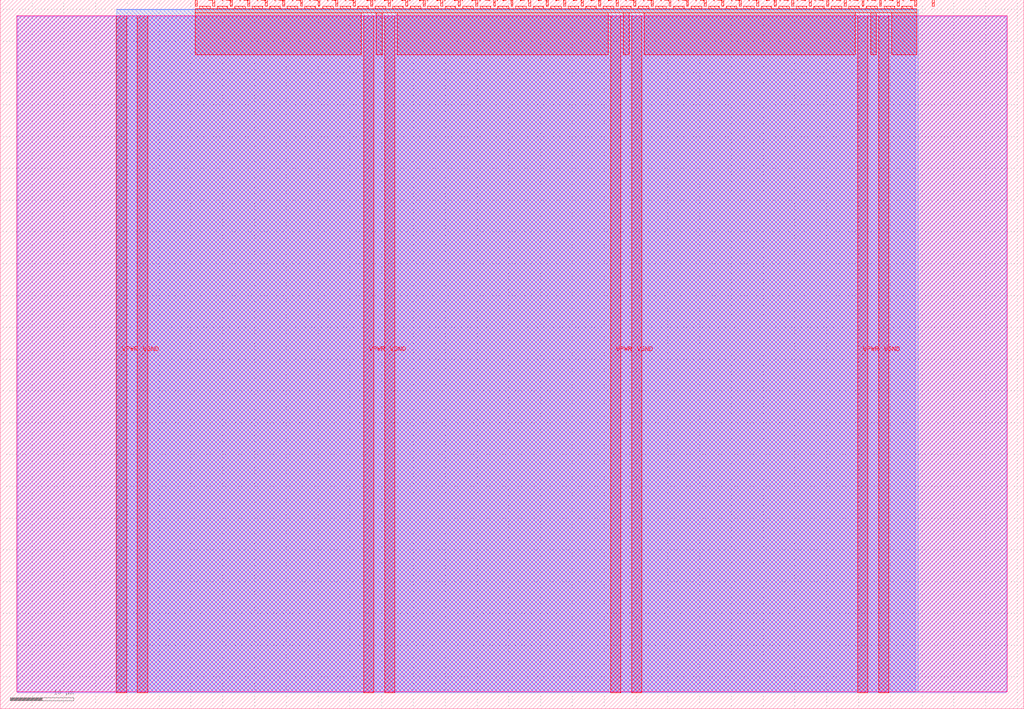
<source format=lef>
VERSION 5.7 ;
  NOWIREEXTENSIONATPIN ON ;
  DIVIDERCHAR "/" ;
  BUSBITCHARS "[]" ;
MACRO tt_um_wokwi_414124872671308801
  CLASS BLOCK ;
  FOREIGN tt_um_wokwi_414124872671308801 ;
  ORIGIN 0.000 0.000 ;
  SIZE 161.000 BY 111.520 ;
  PIN VGND
    DIRECTION INOUT ;
    USE GROUND ;
    PORT
      LAYER met4 ;
        RECT 21.580 2.480 23.180 109.040 ;
    END
    PORT
      LAYER met4 ;
        RECT 60.450 2.480 62.050 109.040 ;
    END
    PORT
      LAYER met4 ;
        RECT 99.320 2.480 100.920 109.040 ;
    END
    PORT
      LAYER met4 ;
        RECT 138.190 2.480 139.790 109.040 ;
    END
  END VGND
  PIN VPWR
    DIRECTION INOUT ;
    USE POWER ;
    PORT
      LAYER met4 ;
        RECT 18.280 2.480 19.880 109.040 ;
    END
    PORT
      LAYER met4 ;
        RECT 57.150 2.480 58.750 109.040 ;
    END
    PORT
      LAYER met4 ;
        RECT 96.020 2.480 97.620 109.040 ;
    END
    PORT
      LAYER met4 ;
        RECT 134.890 2.480 136.490 109.040 ;
    END
  END VPWR
  PIN clk
    DIRECTION INPUT ;
    USE SIGNAL ;
    ANTENNAGATEAREA 0.852000 ;
    PORT
      LAYER met4 ;
        RECT 143.830 110.520 144.130 111.520 ;
    END
  END clk
  PIN ena
    DIRECTION INPUT ;
    USE SIGNAL ;
    PORT
      LAYER met4 ;
        RECT 146.590 110.520 146.890 111.520 ;
    END
  END ena
  PIN rst_n
    DIRECTION INPUT ;
    USE SIGNAL ;
    PORT
      LAYER met4 ;
        RECT 141.070 110.520 141.370 111.520 ;
    END
  END rst_n
  PIN ui_in[0]
    DIRECTION INPUT ;
    USE SIGNAL ;
    PORT
      LAYER met4 ;
        RECT 138.310 110.520 138.610 111.520 ;
    END
  END ui_in[0]
  PIN ui_in[1]
    DIRECTION INPUT ;
    USE SIGNAL ;
    PORT
      LAYER met4 ;
        RECT 135.550 110.520 135.850 111.520 ;
    END
  END ui_in[1]
  PIN ui_in[2]
    DIRECTION INPUT ;
    USE SIGNAL ;
    PORT
      LAYER met4 ;
        RECT 132.790 110.520 133.090 111.520 ;
    END
  END ui_in[2]
  PIN ui_in[3]
    DIRECTION INPUT ;
    USE SIGNAL ;
    PORT
      LAYER met4 ;
        RECT 130.030 110.520 130.330 111.520 ;
    END
  END ui_in[3]
  PIN ui_in[4]
    DIRECTION INPUT ;
    USE SIGNAL ;
    PORT
      LAYER met4 ;
        RECT 127.270 110.520 127.570 111.520 ;
    END
  END ui_in[4]
  PIN ui_in[5]
    DIRECTION INPUT ;
    USE SIGNAL ;
    PORT
      LAYER met4 ;
        RECT 124.510 110.520 124.810 111.520 ;
    END
  END ui_in[5]
  PIN ui_in[6]
    DIRECTION INPUT ;
    USE SIGNAL ;
    PORT
      LAYER met4 ;
        RECT 121.750 110.520 122.050 111.520 ;
    END
  END ui_in[6]
  PIN ui_in[7]
    DIRECTION INPUT ;
    USE SIGNAL ;
    PORT
      LAYER met4 ;
        RECT 118.990 110.520 119.290 111.520 ;
    END
  END ui_in[7]
  PIN uio_in[0]
    DIRECTION INPUT ;
    USE SIGNAL ;
    PORT
      LAYER met4 ;
        RECT 116.230 110.520 116.530 111.520 ;
    END
  END uio_in[0]
  PIN uio_in[1]
    DIRECTION INPUT ;
    USE SIGNAL ;
    PORT
      LAYER met4 ;
        RECT 113.470 110.520 113.770 111.520 ;
    END
  END uio_in[1]
  PIN uio_in[2]
    DIRECTION INPUT ;
    USE SIGNAL ;
    PORT
      LAYER met4 ;
        RECT 110.710 110.520 111.010 111.520 ;
    END
  END uio_in[2]
  PIN uio_in[3]
    DIRECTION INPUT ;
    USE SIGNAL ;
    PORT
      LAYER met4 ;
        RECT 107.950 110.520 108.250 111.520 ;
    END
  END uio_in[3]
  PIN uio_in[4]
    DIRECTION INPUT ;
    USE SIGNAL ;
    PORT
      LAYER met4 ;
        RECT 105.190 110.520 105.490 111.520 ;
    END
  END uio_in[4]
  PIN uio_in[5]
    DIRECTION INPUT ;
    USE SIGNAL ;
    PORT
      LAYER met4 ;
        RECT 102.430 110.520 102.730 111.520 ;
    END
  END uio_in[5]
  PIN uio_in[6]
    DIRECTION INPUT ;
    USE SIGNAL ;
    PORT
      LAYER met4 ;
        RECT 99.670 110.520 99.970 111.520 ;
    END
  END uio_in[6]
  PIN uio_in[7]
    DIRECTION INPUT ;
    USE SIGNAL ;
    PORT
      LAYER met4 ;
        RECT 96.910 110.520 97.210 111.520 ;
    END
  END uio_in[7]
  PIN uio_oe[0]
    DIRECTION OUTPUT ;
    USE SIGNAL ;
    PORT
      LAYER met4 ;
        RECT 49.990 110.520 50.290 111.520 ;
    END
  END uio_oe[0]
  PIN uio_oe[1]
    DIRECTION OUTPUT ;
    USE SIGNAL ;
    PORT
      LAYER met4 ;
        RECT 47.230 110.520 47.530 111.520 ;
    END
  END uio_oe[1]
  PIN uio_oe[2]
    DIRECTION OUTPUT ;
    USE SIGNAL ;
    PORT
      LAYER met4 ;
        RECT 44.470 110.520 44.770 111.520 ;
    END
  END uio_oe[2]
  PIN uio_oe[3]
    DIRECTION OUTPUT ;
    USE SIGNAL ;
    PORT
      LAYER met4 ;
        RECT 41.710 110.520 42.010 111.520 ;
    END
  END uio_oe[3]
  PIN uio_oe[4]
    DIRECTION OUTPUT ;
    USE SIGNAL ;
    PORT
      LAYER met4 ;
        RECT 38.950 110.520 39.250 111.520 ;
    END
  END uio_oe[4]
  PIN uio_oe[5]
    DIRECTION OUTPUT ;
    USE SIGNAL ;
    PORT
      LAYER met4 ;
        RECT 36.190 110.520 36.490 111.520 ;
    END
  END uio_oe[5]
  PIN uio_oe[6]
    DIRECTION OUTPUT ;
    USE SIGNAL ;
    PORT
      LAYER met4 ;
        RECT 33.430 110.520 33.730 111.520 ;
    END
  END uio_oe[6]
  PIN uio_oe[7]
    DIRECTION OUTPUT ;
    USE SIGNAL ;
    PORT
      LAYER met4 ;
        RECT 30.670 110.520 30.970 111.520 ;
    END
  END uio_oe[7]
  PIN uio_out[0]
    DIRECTION OUTPUT ;
    USE SIGNAL ;
    PORT
      LAYER met4 ;
        RECT 72.070 110.520 72.370 111.520 ;
    END
  END uio_out[0]
  PIN uio_out[1]
    DIRECTION OUTPUT ;
    USE SIGNAL ;
    PORT
      LAYER met4 ;
        RECT 69.310 110.520 69.610 111.520 ;
    END
  END uio_out[1]
  PIN uio_out[2]
    DIRECTION OUTPUT ;
    USE SIGNAL ;
    PORT
      LAYER met4 ;
        RECT 66.550 110.520 66.850 111.520 ;
    END
  END uio_out[2]
  PIN uio_out[3]
    DIRECTION OUTPUT ;
    USE SIGNAL ;
    PORT
      LAYER met4 ;
        RECT 63.790 110.520 64.090 111.520 ;
    END
  END uio_out[3]
  PIN uio_out[4]
    DIRECTION OUTPUT ;
    USE SIGNAL ;
    PORT
      LAYER met4 ;
        RECT 61.030 110.520 61.330 111.520 ;
    END
  END uio_out[4]
  PIN uio_out[5]
    DIRECTION OUTPUT ;
    USE SIGNAL ;
    PORT
      LAYER met4 ;
        RECT 58.270 110.520 58.570 111.520 ;
    END
  END uio_out[5]
  PIN uio_out[6]
    DIRECTION OUTPUT ;
    USE SIGNAL ;
    PORT
      LAYER met4 ;
        RECT 55.510 110.520 55.810 111.520 ;
    END
  END uio_out[6]
  PIN uio_out[7]
    DIRECTION OUTPUT ;
    USE SIGNAL ;
    PORT
      LAYER met4 ;
        RECT 52.750 110.520 53.050 111.520 ;
    END
  END uio_out[7]
  PIN uo_out[0]
    DIRECTION OUTPUT ;
    USE SIGNAL ;
    ANTENNADIFFAREA 0.445500 ;
    PORT
      LAYER met4 ;
        RECT 94.150 110.520 94.450 111.520 ;
    END
  END uo_out[0]
  PIN uo_out[1]
    DIRECTION OUTPUT ;
    USE SIGNAL ;
    ANTENNADIFFAREA 0.445500 ;
    PORT
      LAYER met4 ;
        RECT 91.390 110.520 91.690 111.520 ;
    END
  END uo_out[1]
  PIN uo_out[2]
    DIRECTION OUTPUT ;
    USE SIGNAL ;
    PORT
      LAYER met4 ;
        RECT 88.630 110.520 88.930 111.520 ;
    END
  END uo_out[2]
  PIN uo_out[3]
    DIRECTION OUTPUT ;
    USE SIGNAL ;
    PORT
      LAYER met4 ;
        RECT 85.870 110.520 86.170 111.520 ;
    END
  END uo_out[3]
  PIN uo_out[4]
    DIRECTION OUTPUT ;
    USE SIGNAL ;
    PORT
      LAYER met4 ;
        RECT 83.110 110.520 83.410 111.520 ;
    END
  END uo_out[4]
  PIN uo_out[5]
    DIRECTION OUTPUT ;
    USE SIGNAL ;
    PORT
      LAYER met4 ;
        RECT 80.350 110.520 80.650 111.520 ;
    END
  END uo_out[5]
  PIN uo_out[6]
    DIRECTION OUTPUT ;
    USE SIGNAL ;
    PORT
      LAYER met4 ;
        RECT 77.590 110.520 77.890 111.520 ;
    END
  END uo_out[6]
  PIN uo_out[7]
    DIRECTION OUTPUT ;
    USE SIGNAL ;
    PORT
      LAYER met4 ;
        RECT 74.830 110.520 75.130 111.520 ;
    END
  END uo_out[7]
  OBS
      LAYER nwell ;
        RECT 2.570 2.635 158.430 108.990 ;
      LAYER li1 ;
        RECT 2.760 2.635 158.240 108.885 ;
      LAYER met1 ;
        RECT 2.760 2.480 158.240 109.040 ;
      LAYER met2 ;
        RECT 18.310 2.535 143.890 110.005 ;
      LAYER met3 ;
        RECT 18.290 2.555 144.370 109.985 ;
      LAYER met4 ;
        RECT 31.370 110.120 33.030 110.520 ;
        RECT 34.130 110.120 35.790 110.520 ;
        RECT 36.890 110.120 38.550 110.520 ;
        RECT 39.650 110.120 41.310 110.520 ;
        RECT 42.410 110.120 44.070 110.520 ;
        RECT 45.170 110.120 46.830 110.520 ;
        RECT 47.930 110.120 49.590 110.520 ;
        RECT 50.690 110.120 52.350 110.520 ;
        RECT 53.450 110.120 55.110 110.520 ;
        RECT 56.210 110.120 57.870 110.520 ;
        RECT 58.970 110.120 60.630 110.520 ;
        RECT 61.730 110.120 63.390 110.520 ;
        RECT 64.490 110.120 66.150 110.520 ;
        RECT 67.250 110.120 68.910 110.520 ;
        RECT 70.010 110.120 71.670 110.520 ;
        RECT 72.770 110.120 74.430 110.520 ;
        RECT 75.530 110.120 77.190 110.520 ;
        RECT 78.290 110.120 79.950 110.520 ;
        RECT 81.050 110.120 82.710 110.520 ;
        RECT 83.810 110.120 85.470 110.520 ;
        RECT 86.570 110.120 88.230 110.520 ;
        RECT 89.330 110.120 90.990 110.520 ;
        RECT 92.090 110.120 93.750 110.520 ;
        RECT 94.850 110.120 96.510 110.520 ;
        RECT 97.610 110.120 99.270 110.520 ;
        RECT 100.370 110.120 102.030 110.520 ;
        RECT 103.130 110.120 104.790 110.520 ;
        RECT 105.890 110.120 107.550 110.520 ;
        RECT 108.650 110.120 110.310 110.520 ;
        RECT 111.410 110.120 113.070 110.520 ;
        RECT 114.170 110.120 115.830 110.520 ;
        RECT 116.930 110.120 118.590 110.520 ;
        RECT 119.690 110.120 121.350 110.520 ;
        RECT 122.450 110.120 124.110 110.520 ;
        RECT 125.210 110.120 126.870 110.520 ;
        RECT 127.970 110.120 129.630 110.520 ;
        RECT 130.730 110.120 132.390 110.520 ;
        RECT 133.490 110.120 135.150 110.520 ;
        RECT 136.250 110.120 137.910 110.520 ;
        RECT 139.010 110.120 140.670 110.520 ;
        RECT 141.770 110.120 143.430 110.520 ;
        RECT 30.655 109.440 144.145 110.120 ;
        RECT 30.655 102.855 56.750 109.440 ;
        RECT 59.150 102.855 60.050 109.440 ;
        RECT 62.450 102.855 95.620 109.440 ;
        RECT 98.020 102.855 98.920 109.440 ;
        RECT 101.320 102.855 134.490 109.440 ;
        RECT 136.890 102.855 137.790 109.440 ;
        RECT 140.190 102.855 144.145 109.440 ;
  END
END tt_um_wokwi_414124872671308801
END LIBRARY


</source>
